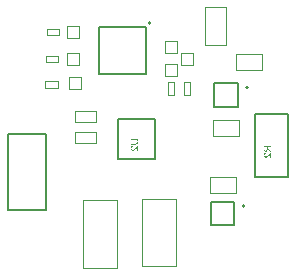
<source format=gbr>
G04*
G04 #@! TF.GenerationSoftware,Altium Limited,Altium Designer,23.10.1 (27)*
G04*
G04 Layer_Color=8388736*
%FSLAX42Y42*%
%MOMM*%
G71*
G04*
G04 #@! TF.SameCoordinates,D788F153-7B32-47A3-9728-DC68925F5BF0*
G04*
G04*
G04 #@! TF.FilePolarity,Positive*
G04*
G01*
G75*
%ADD11C,0.20*%
%ADD13C,0.13*%
%ADD96C,0.10*%
%ADD97C,0.05*%
G36*
X-171Y2413D02*
X-169Y2413D01*
X-168Y2413D01*
X-166Y2412D01*
X-165Y2412D01*
X-164Y2412D01*
X-163Y2412D01*
X-162Y2412D01*
X-161Y2411D01*
X-160Y2411D01*
X-159Y2411D01*
X-159Y2411D01*
X-159Y2411D01*
X-158Y2411D01*
X-158D01*
X-156Y2410D01*
X-154Y2408D01*
X-153Y2407D01*
X-152Y2406D01*
X-151Y2404D01*
X-150Y2403D01*
X-150Y2403D01*
X-150Y2403D01*
X-149Y2403D01*
Y2402D01*
X-148Y2400D01*
X-148Y2398D01*
X-147Y2395D01*
X-147Y2393D01*
X-147Y2392D01*
X-146Y2391D01*
X-146Y2390D01*
Y2389D01*
X-146Y2389D01*
Y2388D01*
X-146Y2384D01*
X-147Y2383D01*
X-147Y2382D01*
X-147Y2380D01*
X-147Y2379D01*
X-148Y2378D01*
X-148Y2377D01*
X-148Y2376D01*
X-149Y2375D01*
X-149Y2374D01*
X-149Y2374D01*
X-150Y2373D01*
X-150Y2373D01*
X-150Y2373D01*
Y2373D01*
X-151Y2371D01*
X-153Y2369D01*
X-154Y2368D01*
X-156Y2367D01*
X-157Y2366D01*
X-158Y2365D01*
X-158Y2365D01*
X-159Y2365D01*
X-159Y2365D01*
X-159D01*
X-160Y2365D01*
X-161Y2364D01*
X-164Y2364D01*
X-166Y2363D01*
X-169Y2363D01*
X-170Y2363D01*
X-171Y2363D01*
X-172D01*
X-173Y2363D01*
X-173D01*
X-174D01*
X-174D01*
X-174D01*
X-211D01*
Y2371D01*
X-174D01*
X-172D01*
X-170Y2371D01*
X-168Y2372D01*
X-167Y2372D01*
X-165Y2372D01*
X-164Y2373D01*
X-163Y2373D01*
X-162Y2373D01*
X-161Y2374D01*
X-160Y2374D01*
X-159Y2374D01*
X-159Y2375D01*
X-159Y2375D01*
X-158Y2375D01*
X-158Y2375D01*
X-158Y2375D01*
X-157Y2376D01*
X-157Y2377D01*
X-156Y2379D01*
X-155Y2381D01*
X-155Y2383D01*
X-154Y2385D01*
X-154Y2386D01*
Y2387D01*
X-154Y2388D01*
Y2388D01*
X-154Y2390D01*
X-154Y2392D01*
X-155Y2394D01*
X-155Y2395D01*
X-155Y2396D01*
X-156Y2397D01*
X-156Y2398D01*
X-156Y2398D01*
X-157Y2399D01*
X-158Y2400D01*
X-159Y2401D01*
X-160Y2402D01*
X-161Y2402D01*
X-161Y2403D01*
X-162Y2403D01*
X-162Y2403D01*
X-163Y2403D01*
X-164Y2403D01*
X-166Y2404D01*
X-168Y2404D01*
X-170Y2404D01*
X-172Y2404D01*
X-172D01*
X-173Y2404D01*
X-174D01*
X-174D01*
X-174D01*
X-174D01*
X-211D01*
Y2413D01*
X-174D01*
X-173D01*
X-171Y2413D01*
D02*
G37*
G36*
X-147Y2310D02*
X-155D01*
Y2342D01*
X-157Y2341D01*
X-157Y2340D01*
X-158Y2340D01*
X-158Y2339D01*
X-159Y2339D01*
X-159Y2339D01*
X-159Y2339D01*
X-160Y2338D01*
X-160Y2338D01*
X-161Y2336D01*
X-163Y2335D01*
X-164Y2333D01*
X-165Y2332D01*
X-166Y2331D01*
X-166Y2331D01*
X-167Y2330D01*
X-167Y2330D01*
X-167Y2330D01*
X-167Y2330D01*
X-169Y2328D01*
X-170Y2327D01*
X-171Y2325D01*
X-172Y2324D01*
X-173Y2323D01*
X-174Y2322D01*
X-175Y2321D01*
X-175Y2320D01*
X-176Y2320D01*
X-177Y2319D01*
X-177Y2319D01*
X-178Y2318D01*
X-178Y2318D01*
X-178Y2317D01*
X-180Y2316D01*
X-181Y2315D01*
X-183Y2314D01*
X-184Y2313D01*
X-185Y2313D01*
X-186Y2312D01*
X-186Y2312D01*
X-186Y2312D01*
X-188Y2312D01*
X-189Y2311D01*
X-190Y2311D01*
X-191Y2311D01*
X-193Y2311D01*
X-193Y2311D01*
X-194D01*
X-194D01*
X-195Y2311D01*
X-197Y2311D01*
X-198Y2311D01*
X-199Y2311D01*
X-201Y2312D01*
X-203Y2313D01*
X-204Y2314D01*
X-204Y2314D01*
X-205Y2315D01*
X-206Y2315D01*
X-206Y2316D01*
X-206Y2316D01*
X-206Y2316D01*
X-206Y2316D01*
X-207Y2317D01*
X-208Y2318D01*
X-209Y2319D01*
X-209Y2321D01*
X-210Y2323D01*
X-211Y2325D01*
X-211Y2326D01*
X-211Y2327D01*
X-211Y2328D01*
X-212Y2329D01*
X-212Y2330D01*
Y2331D01*
X-212Y2332D01*
X-211Y2334D01*
X-211Y2335D01*
X-211Y2337D01*
X-211Y2338D01*
X-210Y2339D01*
X-210Y2340D01*
X-209Y2341D01*
X-209Y2342D01*
X-208Y2343D01*
X-208Y2344D01*
X-208Y2344D01*
X-207Y2345D01*
X-207Y2345D01*
X-207Y2345D01*
X-207Y2345D01*
X-206Y2346D01*
X-205Y2347D01*
X-204Y2348D01*
X-203Y2348D01*
X-200Y2350D01*
X-198Y2350D01*
X-197Y2351D01*
X-196Y2351D01*
X-195Y2351D01*
X-195Y2351D01*
X-194Y2351D01*
X-194D01*
X-193Y2351D01*
X-193D01*
X-192Y2343D01*
X-194Y2343D01*
X-196Y2343D01*
X-198Y2342D01*
X-199Y2342D01*
X-200Y2341D01*
X-201Y2341D01*
X-202Y2340D01*
X-202Y2340D01*
X-203Y2339D01*
X-204Y2337D01*
X-204Y2336D01*
X-205Y2334D01*
X-205Y2333D01*
X-205Y2332D01*
X-205Y2331D01*
Y2331D01*
X-205Y2329D01*
X-205Y2327D01*
X-204Y2326D01*
X-204Y2324D01*
X-203Y2323D01*
X-202Y2323D01*
X-202Y2322D01*
X-202Y2322D01*
X-201Y2321D01*
X-199Y2320D01*
X-198Y2319D01*
X-197Y2319D01*
X-196Y2319D01*
X-195Y2319D01*
X-194Y2319D01*
X-194D01*
X-194D01*
X-192Y2319D01*
X-191Y2319D01*
X-189Y2320D01*
X-188Y2320D01*
X-186Y2321D01*
X-185Y2322D01*
X-185Y2322D01*
X-185Y2322D01*
X-185Y2322D01*
X-185D01*
X-184Y2323D01*
X-183Y2324D01*
X-181Y2325D01*
X-180Y2326D01*
X-178Y2328D01*
X-176Y2331D01*
X-175Y2332D01*
X-174Y2333D01*
X-173Y2334D01*
X-172Y2335D01*
X-172Y2336D01*
X-171Y2336D01*
X-171Y2336D01*
X-171Y2337D01*
X-169Y2339D01*
X-167Y2341D01*
X-166Y2343D01*
X-164Y2344D01*
X-163Y2345D01*
X-162Y2346D01*
X-162Y2347D01*
X-161Y2347D01*
X-161D01*
X-160Y2348D01*
X-158Y2349D01*
X-157Y2350D01*
X-156Y2351D01*
X-154Y2351D01*
X-154Y2352D01*
X-153Y2352D01*
X-153Y2352D01*
X-153D01*
X-152Y2352D01*
X-151Y2353D01*
X-150Y2353D01*
X-149Y2353D01*
X-148Y2353D01*
X-148D01*
X-147D01*
X-147D01*
Y2310D01*
D02*
G37*
G36*
X978Y2346D02*
X950D01*
Y2335D01*
X950Y2334D01*
Y2333D01*
X950Y2332D01*
X950Y2332D01*
Y2332D01*
X950Y2331D01*
Y2331D01*
X950Y2330D01*
X951Y2329D01*
X951Y2329D01*
X951Y2328D01*
X951Y2328D01*
X951Y2328D01*
X952Y2327D01*
X952Y2327D01*
X953Y2326D01*
X954Y2325D01*
X955Y2324D01*
X955Y2323D01*
X956Y2323D01*
X956Y2323D01*
X957Y2322D01*
X958Y2321D01*
X960Y2320D01*
X961Y2319D01*
X963Y2318D01*
X964Y2318D01*
X964Y2317D01*
X964Y2317D01*
X964Y2317D01*
X965D01*
X978Y2309D01*
Y2298D01*
X961Y2309D01*
X959Y2310D01*
X957Y2312D01*
X956Y2313D01*
X954Y2314D01*
X953Y2315D01*
X953Y2315D01*
X952Y2316D01*
X952Y2316D01*
X951Y2317D01*
X951Y2318D01*
X950Y2319D01*
X949Y2320D01*
X949Y2321D01*
X949Y2321D01*
X949Y2321D01*
X948Y2320D01*
X948Y2318D01*
X948Y2317D01*
X947Y2315D01*
X947Y2314D01*
X946Y2313D01*
X946Y2312D01*
X945Y2311D01*
X945Y2310D01*
X944Y2309D01*
X944Y2309D01*
X944Y2308D01*
X943Y2308D01*
X943Y2308D01*
X943Y2308D01*
X943Y2308D01*
X942Y2307D01*
X941Y2306D01*
X939Y2305D01*
X937Y2304D01*
X935Y2304D01*
X934Y2303D01*
X933Y2303D01*
X933D01*
X932Y2303D01*
X932D01*
X931D01*
X931D01*
X929Y2303D01*
X928Y2304D01*
X926Y2304D01*
X925Y2304D01*
X923Y2305D01*
X923Y2305D01*
X922Y2306D01*
X922Y2306D01*
X922D01*
X920Y2307D01*
X919Y2308D01*
X918Y2309D01*
X917Y2310D01*
X916Y2311D01*
X916Y2312D01*
X916Y2313D01*
X916Y2313D01*
Y2313D01*
X915Y2314D01*
X915Y2315D01*
X915Y2317D01*
X914Y2319D01*
X914Y2321D01*
X914Y2323D01*
Y2324D01*
X914Y2325D01*
Y2354D01*
X978D01*
Y2346D01*
D02*
G37*
G36*
Y2252D02*
X970D01*
Y2283D01*
X969Y2282D01*
X968Y2282D01*
X967Y2281D01*
X967Y2281D01*
X967Y2280D01*
X966Y2280D01*
X966Y2280D01*
X966Y2279D01*
X965Y2279D01*
X964Y2278D01*
X963Y2276D01*
X961Y2275D01*
X960Y2273D01*
X960Y2272D01*
X959Y2272D01*
X959Y2271D01*
X958Y2271D01*
X958Y2271D01*
X958Y2271D01*
X957Y2269D01*
X956Y2268D01*
X954Y2267D01*
X953Y2265D01*
X952Y2264D01*
X951Y2263D01*
X951Y2262D01*
X950Y2262D01*
X949Y2261D01*
X948Y2260D01*
X948Y2260D01*
X948Y2259D01*
X947Y2259D01*
X947Y2259D01*
X945Y2257D01*
X944Y2256D01*
X942Y2255D01*
X941Y2255D01*
X940Y2254D01*
X940Y2254D01*
X939Y2254D01*
X939Y2253D01*
X938Y2253D01*
X936Y2253D01*
X935Y2252D01*
X934Y2252D01*
X933Y2252D01*
X932Y2252D01*
X932D01*
X931D01*
X930Y2252D01*
X929Y2252D01*
X927Y2252D01*
X926Y2253D01*
X924Y2254D01*
X922Y2255D01*
X922Y2255D01*
X921Y2256D01*
X920Y2256D01*
X920Y2256D01*
X919Y2257D01*
X919Y2257D01*
X919Y2257D01*
X919Y2257D01*
X918Y2258D01*
X917Y2259D01*
X916Y2261D01*
X916Y2262D01*
X915Y2264D01*
X914Y2267D01*
X914Y2268D01*
X914Y2269D01*
X914Y2270D01*
X914Y2270D01*
X914Y2271D01*
Y2272D01*
X914Y2274D01*
X914Y2275D01*
X914Y2277D01*
X914Y2278D01*
X915Y2279D01*
X915Y2280D01*
X916Y2282D01*
X916Y2283D01*
X917Y2284D01*
X917Y2284D01*
X917Y2285D01*
X918Y2285D01*
X918Y2286D01*
X918Y2286D01*
X918Y2286D01*
X918Y2287D01*
X919Y2287D01*
X920Y2288D01*
X922Y2289D01*
X923Y2290D01*
X925Y2291D01*
X927Y2292D01*
X928Y2292D01*
X929Y2292D01*
X930Y2292D01*
X931Y2293D01*
X931Y2293D01*
X932D01*
X932Y2293D01*
X932D01*
X933Y2285D01*
X931Y2284D01*
X929Y2284D01*
X927Y2284D01*
X926Y2283D01*
X925Y2282D01*
X924Y2282D01*
X924Y2281D01*
X924Y2281D01*
X922Y2280D01*
X922Y2278D01*
X921Y2277D01*
X921Y2275D01*
X920Y2274D01*
X920Y2273D01*
X920Y2273D01*
Y2272D01*
X920Y2270D01*
X921Y2268D01*
X921Y2267D01*
X922Y2266D01*
X922Y2265D01*
X923Y2264D01*
X923Y2263D01*
X923Y2263D01*
X925Y2262D01*
X926Y2261D01*
X927Y2261D01*
X929Y2260D01*
X930Y2260D01*
X930Y2260D01*
X931Y2260D01*
X931D01*
X931D01*
X933Y2260D01*
X935Y2260D01*
X936Y2261D01*
X938Y2262D01*
X939Y2262D01*
X940Y2263D01*
X940Y2263D01*
X941Y2263D01*
X941Y2264D01*
X941D01*
X942Y2264D01*
X943Y2265D01*
X944Y2266D01*
X945Y2267D01*
X947Y2270D01*
X949Y2272D01*
X950Y2273D01*
X951Y2274D01*
X952Y2275D01*
X953Y2276D01*
X953Y2277D01*
X954Y2277D01*
X954Y2278D01*
X954Y2278D01*
X956Y2280D01*
X958Y2282D01*
X960Y2284D01*
X961Y2285D01*
X962Y2287D01*
X963Y2287D01*
X964Y2288D01*
X964Y2288D01*
X964D01*
X966Y2289D01*
X967Y2290D01*
X968Y2291D01*
X970Y2292D01*
X971Y2293D01*
X972Y2293D01*
X972Y2293D01*
X972Y2293D01*
X972D01*
X973Y2294D01*
X974Y2294D01*
X975Y2294D01*
X976Y2294D01*
X977Y2294D01*
X977D01*
X978D01*
X978D01*
Y2252D01*
D02*
G37*
%LPC*%
G36*
X942Y2346D02*
X921D01*
Y2326D01*
X921Y2323D01*
X922Y2321D01*
X922Y2319D01*
X923Y2318D01*
X923Y2317D01*
X924Y2316D01*
X924Y2315D01*
X924Y2315D01*
X925Y2314D01*
X926Y2313D01*
X928Y2313D01*
X929Y2312D01*
X930Y2312D01*
X931Y2312D01*
X931Y2312D01*
X931D01*
X931D01*
X933Y2312D01*
X934Y2312D01*
X935Y2312D01*
X935Y2313D01*
X936Y2313D01*
X937Y2313D01*
X937Y2314D01*
X937Y2314D01*
X938Y2314D01*
X939Y2315D01*
X940Y2316D01*
X940Y2317D01*
X941Y2317D01*
X941Y2318D01*
X941Y2318D01*
X941Y2319D01*
X941Y2320D01*
X942Y2321D01*
X942Y2323D01*
X942Y2324D01*
X942Y2326D01*
X942Y2327D01*
Y2346D01*
D02*
G37*
%LPD*%
D11*
X752Y1843D02*
G03*
X752Y1843I-10J0D01*
G01*
X782Y2846D02*
G03*
X782Y2846I-10J0D01*
G01*
X-41Y3391D02*
G03*
X-41Y3391I-10J0D01*
G01*
X-320Y2582D02*
X-10D01*
Y2244D02*
Y2582D01*
X-320Y2244D02*
X-10D01*
X-320D02*
Y2582D01*
X837Y2620D02*
X1118D01*
Y2089D02*
Y2620D01*
X837Y2089D02*
X1118D01*
X837D02*
Y2620D01*
D13*
X667Y1678D02*
Y1878D01*
X467D02*
X667D01*
X467Y1678D02*
Y1878D01*
Y1678D02*
X667D01*
X697Y2681D02*
Y2881D01*
X497D02*
X697D01*
X497Y2681D02*
Y2881D01*
Y2681D02*
X697D01*
X-1252Y1811D02*
X-932D01*
X-1252Y2451D02*
X-932D01*
Y1811D02*
Y2451D01*
X-1252Y1811D02*
Y2451D01*
X-479Y2962D02*
X-79D01*
X-479Y3362D02*
X-79D01*
X-479Y2962D02*
Y3362D01*
X-79Y2962D02*
Y3362D01*
D96*
X595Y3203D02*
Y3528D01*
X420Y3203D02*
Y3528D01*
Y3203D02*
X595D01*
X420Y3528D02*
X595D01*
X-325Y1319D02*
Y1893D01*
X-615Y1319D02*
Y1893D01*
Y1319D02*
X-325D01*
X-615Y1893D02*
X-325D01*
X-831Y2843D02*
Y2898D01*
X-936Y2843D02*
Y2898D01*
X-831D01*
X-936Y2843D02*
X-831D01*
X100Y2785D02*
X154D01*
X100Y2890D02*
X154D01*
Y2785D02*
Y2890D01*
X100Y2785D02*
Y2890D01*
X239Y2785D02*
X294D01*
X239Y2890D02*
X294D01*
Y2785D02*
Y2890D01*
X239Y2785D02*
Y2890D01*
X-824Y3059D02*
Y3114D01*
X-929Y3059D02*
Y3114D01*
X-824D01*
X-929Y3059D02*
X-824D01*
X460Y1952D02*
X680D01*
X460Y2087D02*
X680D01*
X460Y1952D02*
Y2087D01*
X680Y1952D02*
Y2087D01*
X486Y2434D02*
X706D01*
X486Y2569D02*
X706D01*
X486Y2434D02*
Y2569D01*
X706Y2434D02*
Y2569D01*
X-120Y1906D02*
X170D01*
X-120Y1332D02*
X170D01*
X-120D02*
Y1906D01*
X170Y1332D02*
Y1906D01*
X-923Y3342D02*
X-818D01*
X-923Y3287D02*
X-818D01*
Y3342D01*
X-923Y3287D02*
Y3342D01*
X677Y2993D02*
Y3128D01*
X897Y2993D02*
Y3128D01*
X677Y2993D02*
X897D01*
X677Y3128D02*
X897D01*
X-684Y2374D02*
X-509D01*
X-684Y2469D02*
X-509D01*
X-684Y2374D02*
Y2469D01*
X-509Y2374D02*
Y2469D01*
X-684Y2556D02*
X-509D01*
X-684Y2651D02*
X-509D01*
X-684Y2556D02*
Y2651D01*
X-509Y2556D02*
Y2651D01*
D97*
X77Y3138D02*
X177D01*
Y3238D01*
X77D02*
X177D01*
X77Y3138D02*
Y3238D01*
X-749Y3265D02*
X-649D01*
Y3365D01*
X-749D02*
X-649D01*
X-749Y3265D02*
Y3365D01*
Y3036D02*
X-649D01*
Y3136D01*
X-749D02*
X-649D01*
X-749Y3036D02*
Y3136D01*
X77Y2947D02*
X177D01*
Y3047D01*
X77D02*
X177D01*
X77Y2947D02*
Y3047D01*
X217Y3036D02*
X317D01*
Y3136D01*
X217D02*
X317D01*
X217Y3036D02*
Y3136D01*
X-736Y2833D02*
X-636D01*
Y2933D01*
X-736D02*
X-636D01*
X-736Y2833D02*
Y2933D01*
M02*

</source>
